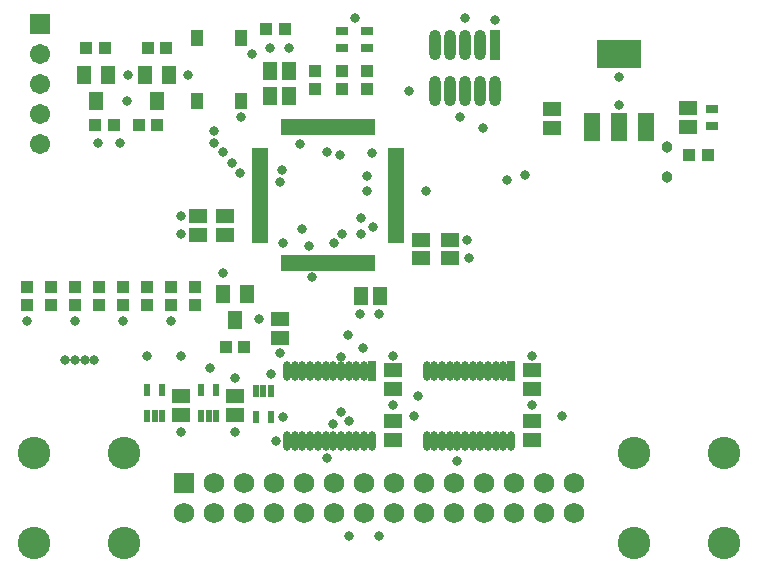
<source format=gts>
%FSTAX23Y23*%
%MOIN*%
%SFA1B1*%

%IPPOS*%
%ADD46R,0.060000X0.050500*%
%ADD47R,0.050500X0.060000*%
%ADD48R,0.039500X0.031620*%
%ADD49R,0.042000X0.039000*%
%ADD50R,0.039000X0.042000*%
%ADD51R,0.040000X0.058000*%
%ADD52R,0.055240X0.019810*%
%ADD53R,0.019810X0.055240*%
%ADD54R,0.025720X0.065090*%
%ADD55O,0.025720X0.065090*%
%ADD56R,0.148000X0.097000*%
%ADD57R,0.055000X0.094000*%
%ADD58R,0.048000X0.063000*%
%ADD59R,0.024000X0.043000*%
%ADD60R,0.037920X0.102490*%
%ADD61O,0.037920X0.102490*%
%ADD62R,0.068000X0.068000*%
%ADD63C,0.068000*%
%ADD64C,0.108000*%
%ADD65R,0.067060X0.067060*%
%ADD66C,0.067060*%
%ADD67C,0.032000*%
%ADD68C,0.038000*%
%LNsoldermask_top-1*%
%LPD*%
G54D46*
X01295Y00606D03*
Y00543D03*
Y00713D03*
Y00776D03*
X01825Y01583D03*
Y01646D03*
X0228Y01588D03*
Y01651D03*
X0092Y00946D03*
Y00883D03*
X00735Y0129D03*
Y01227D03*
X00645D03*
Y0129D03*
X0139Y01212D03*
Y0115D03*
X01485Y01212D03*
Y0115D03*
X0176Y00606D03*
Y00543D03*
Y00713D03*
Y00776D03*
X0059Y00691D03*
Y00628D03*
X0077Y00691D03*
Y00628D03*
G54D47*
X00887Y01775D03*
X0095D03*
X00887Y0169D03*
X0095D03*
X01251Y01025D03*
X01188D03*
G54D48*
X0236Y01591D03*
Y01648D03*
X0121Y01851D03*
Y01908D03*
X01125Y01851D03*
Y01908D03*
G54D49*
X01035Y01775D03*
Y01714D03*
X00635Y01055D03*
Y00994D03*
X00475Y01055D03*
Y00994D03*
X00315Y01055D03*
Y00994D03*
X00155Y01055D03*
Y00994D03*
X00555D03*
Y01055D03*
X00395Y00994D03*
Y01055D03*
X00235Y00994D03*
Y01055D03*
X00075Y00994D03*
Y01055D03*
X0121Y01775D03*
Y01714D03*
X01125Y01775D03*
Y01714D03*
G54D50*
X008Y00855D03*
X00739D03*
X02284Y01495D03*
X02345D03*
X00874Y01915D03*
X00935D03*
X00274Y0185D03*
X00335D03*
X00479D03*
X0054D03*
X0051Y01595D03*
X00449D03*
X00304D03*
X00365D03*
G54D51*
X00644Y01675D03*
Y01885D03*
X0079Y01675D03*
Y01885D03*
G54D52*
X00853Y01507D03*
Y01487D03*
Y01468D03*
Y01448D03*
Y01428D03*
Y01409D03*
Y01389D03*
Y01369D03*
Y0135D03*
Y0133D03*
Y0131D03*
Y01291D03*
Y01271D03*
Y01251D03*
Y01232D03*
Y01212D03*
X01306D03*
Y01232D03*
Y01251D03*
Y01271D03*
Y01291D03*
Y0131D03*
Y0133D03*
Y0135D03*
Y01369D03*
Y01389D03*
Y01409D03*
Y01428D03*
Y01448D03*
Y01468D03*
Y01487D03*
Y01507D03*
G54D53*
X00932Y01133D03*
X00952D03*
X00971D03*
X00991D03*
X01011D03*
X0103D03*
X0105D03*
X0107D03*
X01089D03*
X01109D03*
X01129D03*
X01148D03*
X01168D03*
X01188D03*
X01207D03*
X01227D03*
Y01586D03*
X01207D03*
X01188D03*
X01168D03*
X01148D03*
X01129D03*
X01109D03*
X01089D03*
X0107D03*
X0105D03*
X0103D03*
X01011D03*
X00991D03*
X00971D03*
X00952D03*
X00932D03*
G54D54*
X01225Y00775D03*
X0169D03*
G54D55*
X01199Y00775D03*
X01173D03*
X01148D03*
X01122D03*
X01097D03*
X01071D03*
X01045D03*
X0102D03*
X00994D03*
X00969D03*
X00943D03*
X01225Y00542D03*
X01199D03*
X01173D03*
X01148D03*
X01122D03*
X01097D03*
X01071D03*
X01045D03*
X0102D03*
X00994D03*
X00969D03*
X00943D03*
X01664Y00775D03*
X01638D03*
X01613D03*
X01587D03*
X01562D03*
X01536D03*
X0151D03*
X01485D03*
X01459D03*
X01434D03*
X01408D03*
X0169Y00542D03*
X01664D03*
X01638D03*
X01613D03*
X01587D03*
X01562D03*
X01536D03*
X0151D03*
X01485D03*
X01459D03*
X01434D03*
X01408D03*
G54D56*
X0205Y0183D03*
G54D57*
X0196Y01586D03*
X0205D03*
X0214D03*
G54D58*
X0073Y01031D03*
X0081D03*
X0077Y00945D03*
X0047Y01761D03*
X0055D03*
X0051Y01675D03*
X00265Y01761D03*
X00345D03*
X00305Y01675D03*
G54D59*
X00475Y00623D03*
X00501D03*
X00527D03*
Y0071D03*
X00475D03*
X00655Y00623D03*
X00681D03*
X00707D03*
Y0071D03*
X00655D03*
X0089Y00707D03*
X00864D03*
X00838D03*
Y0062D03*
X0089D03*
G54D60*
X01635Y0186D03*
G54D61*
X01585Y0186D03*
X01535D03*
X01485D03*
X01435D03*
X01635Y01706D03*
X01585D03*
X01535D03*
X01485D03*
X01435D03*
G54D62*
X006Y004D03*
G54D63*
X007Y003D03*
X008D03*
X009D03*
X01D03*
X011D03*
X012D03*
X013D03*
X014D03*
X015D03*
X016D03*
X017D03*
X018D03*
X019D03*
X006D03*
X007Y004D03*
X008D03*
X009D03*
X01D03*
X011D03*
X012D03*
X013D03*
X014D03*
X015D03*
X019D03*
X017D03*
X016D03*
X018D03*
G54D64*
X024Y005D03*
Y002D03*
X021Y005D03*
Y002D03*
X004Y005D03*
Y002D03*
X001Y005D03*
Y002D03*
G54D65*
X0012Y0193D03*
G54D66*
X0012Y0183D03*
Y0173D03*
Y0163D03*
Y0153D03*
G54D67*
X01535Y0195D03*
X01635Y01945D03*
X01026Y01086D03*
X01015Y0119D03*
X0089Y00765D03*
X00991Y01246D03*
X011Y012D03*
X01405Y01375D03*
X01737Y01427D03*
X0125Y00225D03*
X0115D03*
X01675Y01409D03*
X00385Y01535D03*
X00311D03*
X0115Y00606D03*
X003Y0081D03*
X00268D03*
X00204D03*
X00236D03*
X0092Y00835D03*
X0073Y011D03*
X0093Y012D03*
X0085Y00946D03*
X00075Y0094D03*
X00235D03*
X00395D03*
X00555D03*
X0093Y0062D03*
X0186Y00625D03*
X01365D03*
X01295Y0066D03*
X0077Y0057D03*
X0059D03*
X00948Y0185D03*
X0151Y00475D03*
X01075Y00485D03*
X01097Y00597D03*
X01122Y00637D03*
X00907Y00542D03*
X0176Y0066D03*
X0059Y0129D03*
Y0123D03*
X00475Y00825D03*
X00685Y00785D03*
X00785Y01435D03*
X0076Y01468D03*
X0041Y01675D03*
X00985Y0153D03*
X00885Y0185D03*
X00411Y01761D03*
X00613D03*
X007Y01535D03*
Y01575D03*
X0121Y01425D03*
Y01375D03*
X0125Y00965D03*
X01295Y00825D03*
X0176D03*
X0138Y0069D03*
X0119Y0123D03*
X01225Y015D03*
X0077Y0075D03*
X0073Y01505D03*
X01185Y00965D03*
X01125Y0123D03*
X01195Y0085D03*
X01145Y00895D03*
X01122Y00822D03*
X0205Y0166D03*
Y01755D03*
X01075Y01505D03*
X0112Y01495D03*
X0117Y0195D03*
X0079Y0162D03*
X00825Y0183D03*
X0059Y00825D03*
X0155Y0115D03*
X01542Y01212D03*
X0092Y01405D03*
X0123Y01255D03*
X00925Y01445D03*
X0119Y01285D03*
X01595Y01585D03*
X0152Y0162D03*
X01348Y01706D03*
G54D68*
X0221Y0142D03*
Y0152D03*
M02*
</source>
